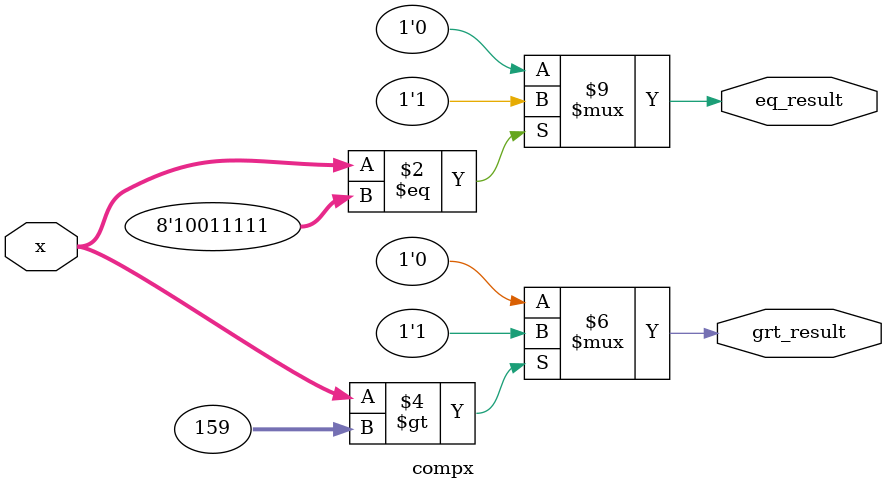
<source format=sv>
`timescale 1ns / 1ps


module compx(
    input logic [7:0] x, 
    output logic eq_result ,
    output logic grt_result 

);

    
    always_comb begin
        if (x == 159 )
            eq_result = 1; 
            else 
               eq_result = 0; 

    end

       always_comb begin
        if (x > 159 )
            grt_result = 1; 
            else 
               grt_result = 0; 

    end

endmodule


</source>
